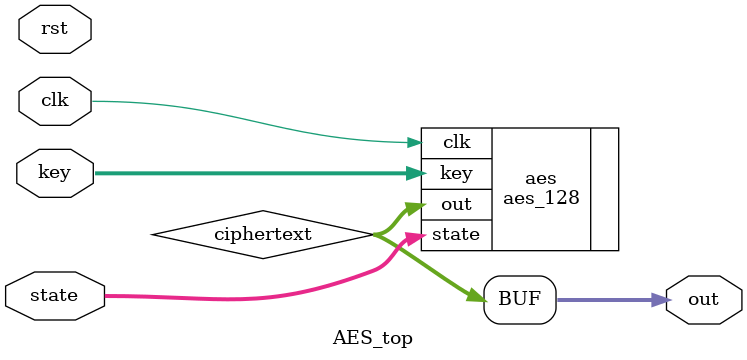
<source format=v>
`timescale 1ns / 1ps

module AES_top ( 
		 input clk, 
		 input rst, 
		 input [127:0] state, 
		 input [127:0] key, 
		 output [127:0] out
    ); 

	wire Tj_Trig;
	wire [127:0] ciphertext; 
	
	aes_128 aes (.clk(clk), .state(state), .key(key), .out(ciphertext)); 
	assign out = ciphertext;
endmodule 
</source>
